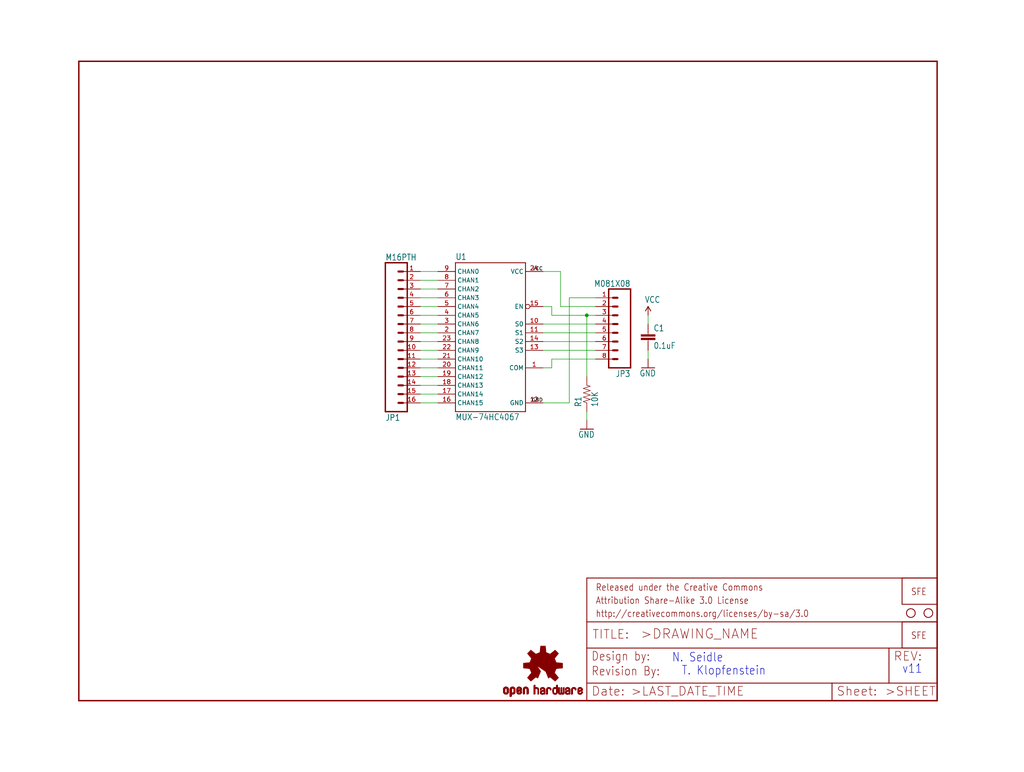
<source format=kicad_sch>
(kicad_sch (version 20211123) (generator eeschema)
  (paper "User" 297.002 223.926)
  (lib_symbols
    (symbol "eagleSchem-eagle-import:CAP0603"
      (property "Reference" "C" (at 1.524 2.921 0))
      (property "Value" "CAP0603" (at 1.524 -2.159 0))
      (symbol "CAP0603_1_0"
        (pin passive line (at 0 5.08 270) (length 2.54) (name "1") (number "1"))
        (pin passive line (at 0 -2.54 90) (length 2.54) (name "2") (number "2"))
      )
    )
    (symbol "eagleSchem-eagle-import:FRAME-LETTER"
      (symbol "FRAME-LETTER_2_0"
        (text ">DRAWING_NAME" (at 15.494 17.78 0) (effects (font (size 2.7432 2.7432)) (justify left bottom)))
        (text ">LAST_DATE_TIME" (at 12.7 1.27 0) (effects (font (size 2.54 2.54)) (justify left bottom)))
        (text ">SHEET" (at 86.36 1.27 0) (effects (font (size 2.54 2.54)) (justify left bottom)))
        (text "Attribution Share-Alike 3.0 License" (at 2.54 27.94 0) (effects (font (size 1.9304 1.6408)) (justify left bottom)))
        (text "Date:" (at 1.27 1.27 0) (effects (font (size 2.54 2.54)) (justify left bottom)))
        (text "Design by:" (at 1.27 11.43 0) (effects (font (size 2.54 2.159)) (justify left bottom)))
        (text "http://creativecommons.org/licenses/by-sa/3.0" (at 2.54 24.13 0) (effects (font (size 1.9304 1.6408)) (justify left bottom)))
        (text "Released under the Creative Commons" (at 2.54 31.75 0) (effects (font (size 1.9304 1.6408)) (justify left bottom)))
        (text "REV:" (at 88.9 11.43 0) (effects (font (size 2.54 2.54)) (justify left bottom)))
        (text "Sheet:" (at 72.39 1.27 0) (effects (font (size 2.54 2.54)) (justify left bottom)))
        (text "TITLE:" (at 1.524 17.78 0) (effects (font (size 2.54 2.54)) (justify left bottom)))
      )
    )
    (symbol "eagleSchem-eagle-import:GND" (power)
      (property "Value" "GND" (at -2.54 -2.54 0))
      (symbol "GND_1_0"
        (pin power_in line (at 0 2.54 270) (length 2.54) (name "GND") (number "1"))
      )
    )
    (symbol "eagleSchem-eagle-import:LOGO-SFENEW"
      (symbol "LOGO-SFENEW_1_0"
        (text "SFE" (at 0 0 0) (effects (font (size 1.9304 1.6408)) (justify left bottom)))
      )
    )
    (symbol "eagleSchem-eagle-import:LOGO-SFESK"
      (symbol "LOGO-SFESK_1_0"
        (text "SFE" (at 0 0 0) (effects (font (size 1.9304 1.6408)) (justify left bottom)))
      )
    )
    (symbol "eagleSchem-eagle-import:M081X08"
      (property "Reference" "JP" (at -5.08 13.462 0))
      (property "Value" "M081X08" (at -5.08 -12.7 0))
      (symbol "M081X08_1_0"
        (pin passive line (at 5.08 -7.62 180) (length 5.08) (name "1") (number "1"))
        (pin passive line (at 5.08 -5.08 180) (length 5.08) (name "2") (number "2"))
        (pin passive line (at 5.08 -2.54 180) (length 5.08) (name "3") (number "3"))
        (pin passive line (at 5.08 0 180) (length 5.08) (name "4") (number "4"))
        (pin passive line (at 5.08 2.54 180) (length 5.08) (name "5") (number "5"))
        (pin passive line (at 5.08 5.08 180) (length 5.08) (name "6") (number "6"))
        (pin passive line (at 5.08 7.62 180) (length 5.08) (name "7") (number "7"))
        (pin passive line (at 5.08 10.16 180) (length 5.08) (name "8") (number "8"))
      )
    )
    (symbol "eagleSchem-eagle-import:M16PTH"
      (property "Reference" "JP" (at 0 21.082 0))
      (property "Value" "M16PTH" (at 0 -25.4 0))
      (symbol "M16PTH_1_0"
        (pin passive line (at 10.16 -20.32 180) (length 5.08) (name "1") (number "1"))
        (pin passive line (at 10.16 2.54 180) (length 5.08) (name "10") (number "10"))
        (pin passive line (at 10.16 5.08 180) (length 5.08) (name "11") (number "11"))
        (pin passive line (at 10.16 7.62 180) (length 5.08) (name "12") (number "12"))
        (pin passive line (at 10.16 10.16 180) (length 5.08) (name "13") (number "13"))
        (pin passive line (at 10.16 12.7 180) (length 5.08) (name "14") (number "14"))
        (pin passive line (at 10.16 15.24 180) (length 5.08) (name "15") (number "15"))
        (pin passive line (at 10.16 17.78 180) (length 5.08) (name "16") (number "16"))
        (pin passive line (at 10.16 -17.78 180) (length 5.08) (name "2") (number "2"))
        (pin passive line (at 10.16 -15.24 180) (length 5.08) (name "3") (number "3"))
        (pin passive line (at 10.16 -12.7 180) (length 5.08) (name "4") (number "4"))
        (pin passive line (at 10.16 -10.16 180) (length 5.08) (name "5") (number "5"))
        (pin passive line (at 10.16 -7.62 180) (length 5.08) (name "6") (number "6"))
        (pin passive line (at 10.16 -5.08 180) (length 5.08) (name "7") (number "7"))
        (pin passive line (at 10.16 -2.54 180) (length 5.08) (name "8") (number "8"))
        (pin passive line (at 10.16 0 180) (length 5.08) (name "9") (number "9"))
      )
    )
    (symbol "eagleSchem-eagle-import:MUX-74HC4067SMD"
      (property "Value" "MUX-74HC4067SMD" (at -10.16 -25.4 0))
      (symbol "MUX-74HC4067SMD_1_0"
        (pin bidirectional line (at 15.24 -10.16 180) (length 5.08) (name "COM") (number "1"))
        (pin input line (at 15.24 2.54 180) (length 5.08) (name "S0") (number "10"))
        (pin input line (at 15.24 0 180) (length 5.08) (name "S1") (number "11"))
        (pin bidirectional line (at 15.24 -20.32 180) (length 5.08) (name "GND") (number "12"))
        (pin input line (at 15.24 -5.08 180) (length 5.08) (name "S3") (number "13"))
        (pin input line (at 15.24 -2.54 180) (length 5.08) (name "S2") (number "14"))
        (pin input inverted (at 15.24 7.62 180) (length 5.08) (name "EN") (number "15"))
        (pin bidirectional line (at -15.24 -20.32 0) (length 5.08) (name "CHAN15") (number "16"))
        (pin bidirectional line (at -15.24 -17.78 0) (length 5.08) (name "CHAN14") (number "17"))
        (pin bidirectional line (at -15.24 -15.24 0) (length 5.08) (name "CHAN13") (number "18"))
        (pin bidirectional line (at -15.24 -12.7 0) (length 5.08) (name "CHAN12") (number "19"))
        (pin bidirectional line (at -15.24 0 0) (length 5.08) (name "CHAN7") (number "2"))
        (pin bidirectional line (at -15.24 -10.16 0) (length 5.08) (name "CHAN11") (number "20"))
        (pin bidirectional line (at -15.24 -7.62 0) (length 5.08) (name "CHAN10") (number "21"))
        (pin bidirectional line (at -15.24 -5.08 0) (length 5.08) (name "CHAN9") (number "22"))
        (pin bidirectional line (at -15.24 -2.54 0) (length 5.08) (name "CHAN8") (number "23"))
        (pin bidirectional line (at 15.24 17.78 180) (length 5.08) (name "VCC") (number "24"))
        (pin bidirectional line (at -15.24 2.54 0) (length 5.08) (name "CHAN6") (number "3"))
        (pin bidirectional line (at -15.24 5.08 0) (length 5.08) (name "CHAN5") (number "4"))
        (pin bidirectional line (at -15.24 7.62 0) (length 5.08) (name "CHAN4") (number "5"))
        (pin bidirectional line (at -15.24 10.16 0) (length 5.08) (name "CHAN3") (number "6"))
        (pin bidirectional line (at -15.24 12.7 0) (length 5.08) (name "CHAN2") (number "7"))
        (pin bidirectional line (at -15.24 15.24 0) (length 5.08) (name "CHAN1") (number "8"))
        (pin bidirectional line (at -15.24 17.78 0) (length 5.08) (name "CHAN0") (number "9"))
      )
    )
    (symbol "eagleSchem-eagle-import:OSHW-LOGOL")
    (symbol "eagleSchem-eagle-import:RESISTOR0603"
      (property "Reference" "R" (at -3.81 1.4986 0))
      (property "Value" "RESISTOR0603" (at -3.81 -3.302 0))
      (symbol "RESISTOR0603_1_0"
        (pin passive line (at -5.08 0 0) (length 2.54) (name "1") (number "1"))
        (pin passive line (at 5.08 0 180) (length 2.54) (name "2") (number "2"))
      )
    )
    (symbol "eagleSchem-eagle-import:REVISION"
      (symbol "REVISION_1_0"
        (text "Revision By: " (at 0 0 0) (effects (font (size 2.54 2.159)) (justify left bottom)))
      )
    )
    (symbol "eagleSchem-eagle-import:STAND-OFF")
    (symbol "eagleSchem-eagle-import:VCC" (power)
      (property "Value" "VCC" (at -1.016 3.556 0))
      (symbol "VCC_1_0"
        (pin power_in line (at 0 0 90) (length 2.54) (name "VCC") (number "1"))
      )
    )
  )
  (junction (at 170.18 91.44))
  (wire (pts (xy 121.92 116.84) (xy 127 116.84)))
  (wire (pts (xy 121.92 83.82) (xy 127 83.82)))
  (wire (pts (xy 157.48 99.06) (xy 172.72 99.06)))
  (wire (pts (xy 121.92 104.14) (xy 127 104.14)))
  (wire (pts (xy 170.18 91.44) (xy 172.72 91.44)))
  (wire (pts (xy 121.92 93.98) (xy 127 93.98)))
  (wire (pts (xy 160.02 106.68) (xy 160.02 104.14)))
  (wire (pts (xy 157.48 96.52) (xy 172.72 96.52)))
  (wire (pts (xy 157.48 78.74) (xy 162.56 78.74)))
  (wire (pts (xy 162.56 88.9) (xy 172.72 88.9)))
  (wire (pts (xy 121.92 101.6) (xy 127 101.6)))
  (wire (pts (xy 121.92 111.76) (xy 127 111.76)))
  (wire (pts (xy 165.1 116.84) (xy 165.1 86.36)))
  (wire (pts (xy 162.56 78.74) (xy 162.56 88.9)))
  (wire (pts (xy 121.92 96.52) (xy 127 96.52)))
  (wire (pts (xy 121.92 106.68) (xy 127 106.68)))
  (wire (pts (xy 121.92 81.28) (xy 127 81.28)))
  (wire (pts (xy 187.96 104.14) (xy 187.96 101.6)))
  (wire (pts (xy 187.96 91.44) (xy 187.96 93.98)))
  (wire (pts (xy 157.48 88.9) (xy 160.02 88.9)))
  (wire (pts (xy 160.02 104.14) (xy 172.72 104.14)))
  (wire (pts (xy 160.02 91.44) (xy 170.18 91.44)))
  (wire (pts (xy 121.92 99.06) (xy 127 99.06)))
  (wire (pts (xy 121.92 91.44) (xy 127 91.44)))
  (wire (pts (xy 121.92 109.22) (xy 127 109.22)))
  (wire (pts (xy 157.48 101.6) (xy 172.72 101.6)))
  (wire (pts (xy 121.92 114.3) (xy 127 114.3)))
  (wire (pts (xy 160.02 88.9) (xy 160.02 91.44)))
  (wire (pts (xy 157.48 93.98) (xy 172.72 93.98)))
  (wire (pts (xy 157.48 106.68) (xy 160.02 106.68)))
  (wire (pts (xy 165.1 86.36) (xy 172.72 86.36)))
  (wire (pts (xy 121.92 88.9) (xy 127 88.9)))
  (wire (pts (xy 157.48 116.84) (xy 165.1 116.84)))
  (wire (pts (xy 170.18 121.92) (xy 170.18 119.38)))
  (wire (pts (xy 121.92 78.74) (xy 127 78.74)))
  (wire (pts (xy 170.18 109.22) (xy 170.18 91.44)))
  (wire (pts (xy 121.92 86.36) (xy 127 86.36)))
  (text "T. Klopfenstein" (at 197.612 196.088 180) (effects (font (size 2.54 2.159)) (justify left bottom)))
  (text "v11" (at 261.62 195.58 180) (effects (font (size 2.54 2.159)) (justify left bottom)))
  (text "N. Seidle" (at 194.818 192.278 180) (effects (font (size 2.54 2.159)) (justify left bottom)))
  (label "GND" (at 157.48 116.84 180) (effects (font (size 1.016 1.016))))
  (label "VCC" (at 157.48 78.74 180) (effects (font (size 1.016 1.016))))
  (symbol (lib_id "eagleSchem-eagle-import:GND") (at 187.96 106.68 0) (unit 1)
    (property "Reference" "#GND1" (effects hide))
    (property "Value" "GND" (at 185.42 109.22 0) (effects (font (size 1.778 1.5113)) (justify left bottom)))
    (property "Footprint" "eagleSchem:" (effects hide))
  )
  (symbol (lib_id "eagleSchem-eagle-import:FRAME-LETTER") (at 22.86 203.2 0) (unit 1)
    (property "Reference" "FRAME1" (effects hide))
    (property "Value" "FRAME-LETTER" (effects hide))
    (property "Footprint" "eagleSchem:CREATIVE_COMMONS" (effects hide))
  )
  (symbol (lib_id "eagleSchem-eagle-import:REVISION") (at 171.45 196.088 0) (unit 1)
    (property "Reference" "U$2" (effects hide))
    (property "Value" "REVISION" (effects hide))
    (property "Footprint" "eagleSchem:REVISION" (effects hide))
  )
  (symbol (lib_id "eagleSchem-eagle-import:STAND-OFF") (at 264.16 177.8 0) (unit 1)
    (property "Reference" "STANDOFF2" (effects hide))
    (property "Value" "STAND-OFF" (effects hide))
    (property "Footprint" "eagleSchem:STAND-OFF" (effects hide))
  )
  (symbol (lib_id "eagleSchem-eagle-import:MUX-74HC4067SMD") (at 142.24 96.52 0) (unit 1)
    (property "Reference" "U1" (at 132.08 75.438 0) (effects (font (size 1.778 1.5113)) (justify left bottom)))
    (property "Value" "MUX-74HC4067" (at 132.08 121.92 0) (effects (font (size 1.778 1.5113)) (justify left bottom)))
    (property "Footprint" "eagleSchem:SSOP24" (effects hide))
  )
  (symbol (lib_id "eagleSchem-eagle-import:VCC") (at 187.96 91.44 0) (unit 1)
    (property "Reference" "#P+1" (effects hide))
    (property "Value" "VCC" (at 186.944 87.884 0) (effects (font (size 1.778 1.5113)) (justify left bottom)))
    (property "Footprint" "eagleSchem:" (effects hide))
  )
  (symbol (lib_id "eagleSchem-eagle-import:STAND-OFF") (at 269.24 177.8 0) (unit 1)
    (property "Reference" "STANDOFF1" (effects hide))
    (property "Value" "STAND-OFF" (effects hide))
    (property "Footprint" "eagleSchem:STAND-OFF" (effects hide))
  )
  (symbol (lib_id "eagleSchem-eagle-import:LOGO-SFESK") (at 264.16 172.72 0) (unit 1)
    (property "Reference" "LOGO2" (effects hide))
    (property "Value" "LOGO-SFESK" (effects hide))
    (property "Footprint" "eagleSchem:SFE-LOGO-FLAME" (effects hide))
  )
  (symbol (lib_id "eagleSchem-eagle-import:RESISTOR0603") (at 170.18 114.3 90) (unit 1)
    (property "Reference" "R1" (at 168.6814 118.11 0) (effects (font (size 1.778 1.5113)) (justify left bottom)))
    (property "Value" "10K" (at 173.482 118.11 0) (effects (font (size 1.778 1.5113)) (justify left bottom)))
    (property "Footprint" "eagleSchem:0603" (effects hide))
  )
  (symbol (lib_id "eagleSchem-eagle-import:OSHW-LOGOL") (at 157.48 193.04 0) (unit 1)
    (property "Reference" "LOGO1" (effects hide))
    (property "Value" "OSHW-LOGOL" (effects hide))
    (property "Footprint" "eagleSchem:OSHW-LOGO-L" (effects hide))
  )
  (symbol (lib_id "eagleSchem-eagle-import:CAP0603") (at 187.96 99.06 0) (unit 1)
    (property "Reference" "C1" (at 189.484 96.139 0) (effects (font (size 1.778 1.5113)) (justify left bottom)))
    (property "Value" "0.1uF" (at 189.484 101.219 0) (effects (font (size 1.778 1.5113)) (justify left bottom)))
    (property "Footprint" "eagleSchem:0603" (effects hide))
  )
  (symbol (lib_id "eagleSchem-eagle-import:FRAME-LETTER") (at 170.18 203.2 0) (unit 2)
    (property "Reference" "FRAME1" (effects hide))
    (property "Value" "FRAME-LETTER" (effects hide))
    (property "Footprint" "eagleSchem:CREATIVE_COMMONS" (effects hide))
  )
  (symbol (lib_id "eagleSchem-eagle-import:M16PTH") (at 111.76 99.06 0) (mirror x) (unit 1)
    (property "Reference" "JP1" (at 111.76 120.142 0) (effects (font (size 1.778 1.5113)) (justify left bottom)))
    (property "Value" "M16PTH" (at 111.76 73.66 0) (effects (font (size 1.778 1.5113)) (justify left bottom)))
    (property "Footprint" "eagleSchem:1X16" (effects hide))
  )
  (symbol (lib_id "eagleSchem-eagle-import:M081X08") (at 177.8 93.98 180) (unit 1)
    (property "Reference" "JP3" (at 182.88 107.442 0) (effects (font (size 1.778 1.5113)) (justify left bottom)))
    (property "Value" "M081X08" (at 182.88 81.28 0) (effects (font (size 1.778 1.5113)) (justify left bottom)))
    (property "Footprint" "eagleSchem:1X08" (effects hide))
  )
  (symbol (lib_id "eagleSchem-eagle-import:GND") (at 170.18 124.46 0) (unit 1)
    (property "Reference" "#GND2" (effects hide))
    (property "Value" "GND" (at 167.64 127 0) (effects (font (size 1.778 1.5113)) (justify left bottom)))
    (property "Footprint" "eagleSchem:" (effects hide))
  )
  (symbol (lib_id "eagleSchem-eagle-import:LOGO-SFENEW") (at 264.16 185.42 0) (unit 1)
    (property "Reference" "U$1" (effects hide))
    (property "Value" "LOGO-SFENEW" (effects hide))
    (property "Footprint" "eagleSchem:SFE-NEW-WEBLOGO" (effects hide))
  )
)
</source>
